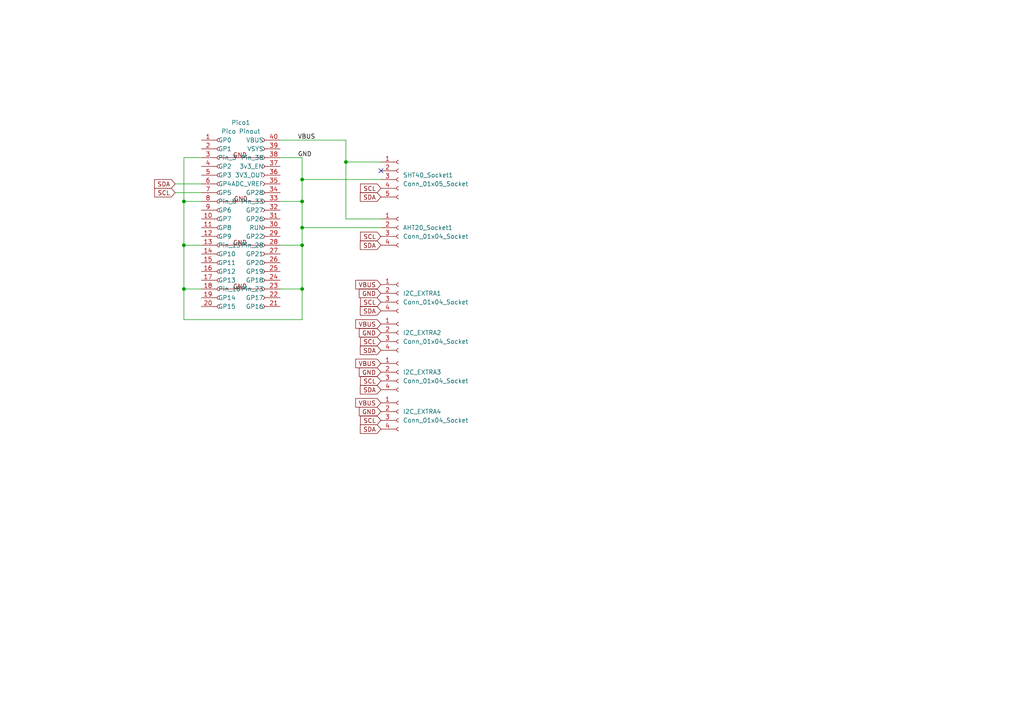
<source format=kicad_sch>
(kicad_sch (version 20231120) (generator "eeschema") (generator_version "8.0")
  (paper "A4")
  (lib_symbols
    (symbol "Connector:Conn_01x04_Socket" (pin_names (offset 1.016) hide)
      (property "Reference" "J" (at 0 5.08 0))
      (property "Value" "Conn_01x04_Socket" (at 0 -7.62 0))
      (symbol "Conn_01x04_Socket_1_1"
        (arc (start 0 -4.572) (mid -0.5058 -5.08) (end 0 -5.588) (stroke (width 0.1524)))
        (arc (start 0 -2.032) (mid -0.5058 -2.54) (end 0 -3.048) (stroke (width 0.1524)))
        (polyline (pts (xy -1.27 -5.08) (xy -0.508 -5.08)) (stroke (width 0.1524)))
        (polyline (pts (xy -1.27 -2.54) (xy -0.508 -2.54)) (stroke (width 0.1524)))
        (polyline (pts (xy -1.27 0) (xy -0.508 0)) (stroke (width 0.1524)))
        (polyline (pts (xy -1.27 2.54) (xy -0.508 2.54)) (stroke (width 0.1524)))
        (arc (start 0 0.508) (mid -0.5058 0) (end 0 -0.508) (stroke (width 0.1524)))
        (arc (start 0 3.048) (mid -0.5058 2.54) (end 0 2.032) (stroke (width 0.1524)))
        (pin passive line (at -5.08 2.54 0) (length 3.81) (name "Pin_1") (number "1"))
        (pin passive line (at -5.08 0 0) (length 3.81) (name "Pin_2") (number "2"))
        (pin passive line (at -5.08 -2.54 0) (length 3.81) (name "Pin_3") (number "3"))
        (pin passive line (at -5.08 -5.08 0) (length 3.81) (name "Pin_4") (number "4"))
      )
    )
    (symbol "Connector:Conn_01x05_Socket" (pin_names (offset 1.016) hide)
      (property "Reference" "J" (at 0 7.62 0))
      (property "Value" "Conn_01x05_Socket" (at 0 -7.62 0))
      (symbol "Conn_01x05_Socket_1_1"
        (arc (start 0 -4.572) (mid -0.5058 -5.08) (end 0 -5.588) (stroke (width 0.1524)))
        (arc (start 0 -2.032) (mid -0.5058 -2.54) (end 0 -3.048) (stroke (width 0.1524)))
        (polyline (pts (xy -1.27 -5.08) (xy -0.508 -5.08)) (stroke (width 0.1524)))
        (polyline (pts (xy -1.27 -2.54) (xy -0.508 -2.54)) (stroke (width 0.1524)))
        (polyline (pts (xy -1.27 0) (xy -0.508 0)) (stroke (width 0.1524)))
        (polyline (pts (xy -1.27 2.54) (xy -0.508 2.54)) (stroke (width 0.1524)))
        (polyline (pts (xy -1.27 5.08) (xy -0.508 5.08)) (stroke (width 0.1524)))
        (arc (start 0 0.508) (mid -0.5058 0) (end 0 -0.508) (stroke (width 0.1524)))
        (arc (start 0 3.048) (mid -0.5058 2.54) (end 0 2.032) (stroke (width 0.1524)))
        (arc (start 0 5.588) (mid -0.5058 5.08) (end 0 4.572) (stroke (width 0.1524)))
        (pin passive line (at -5.08 5.08 0) (length 3.81) (name "Pin_1") (number "1"))
        (pin passive line (at -5.08 2.54 0) (length 3.81) (name "Pin_2") (number "2"))
        (pin passive line (at -5.08 0 0) (length 3.81) (name "Pin_3") (number "3"))
        (pin passive line (at -5.08 -2.54 0) (length 3.81) (name "Pin_4") (number "4"))
        (pin passive line (at -5.08 -5.08 0) (length 3.81) (name "Pin_5") (number "5"))
      )
    )
    (symbol "pico_sym:Pico_Pinout" (pin_names (offset 1.016))
      (property "Reference" "J" (at -10.16 25.4 0))
      (property "Value" "Pico Pinout" (at -0.254 27.686 0))
      (symbol "Pico_Pinout_1_1"
        (arc (start -6.35 -24.892) (mid -6.8558 -25.4) (end -6.35 -25.908) (stroke (width 0.1524)))
        (arc (start -6.35 -22.352) (mid -6.8558 -22.86) (end -6.35 -23.368) (stroke (width 0.1524)))
        (arc (start -6.35 -19.812) (mid -6.8558 -20.32) (end -6.35 -20.828) (stroke (width 0.1524)))
        (arc (start -6.35 -17.272) (mid -6.8558 -17.78) (end -6.35 -18.288) (stroke (width 0.1524)))
        (arc (start -6.35 -14.732) (mid -6.8558 -15.24) (end -6.35 -15.748) (stroke (width 0.1524)))
        (arc (start -6.35 -12.192) (mid -6.8558 -12.7) (end -6.35 -13.208) (stroke (width 0.1524)))
        (arc (start -6.35 -9.652) (mid -6.8558 -10.16) (end -6.35 -10.668) (stroke (width 0.1524)))
        (arc (start -6.35 -7.112) (mid -6.8558 -7.62) (end -6.35 -8.128) (stroke (width 0.1524)))
        (arc (start -6.35 -4.572) (mid -6.8558 -5.08) (end -6.35 -5.588) (stroke (width 0.1524)))
        (arc (start -6.35 -2.032) (mid -6.8558 -2.54) (end -6.35 -3.048) (stroke (width 0.1524)))
        (arc (start -6.35 0.508) (mid -6.8558 0) (end -6.35 -0.508) (stroke (width 0.1524)))
        (arc (start -6.35 3.048) (mid -6.8558 2.54) (end -6.35 2.032) (stroke (width 0.1524)))
        (arc (start -6.35 5.588) (mid -6.8558 5.08) (end -6.35 4.572) (stroke (width 0.1524)))
        (arc (start -6.35 8.128) (mid -6.8558 7.62) (end -6.35 7.112) (stroke (width 0.1524)))
        (arc (start -6.35 10.668) (mid -6.8558 10.16) (end -6.35 9.652) (stroke (width 0.1524)))
        (arc (start -6.35 13.208) (mid -6.8558 12.7) (end -6.35 12.192) (stroke (width 0.1524)))
        (arc (start -6.35 15.748) (mid -6.8558 15.24) (end -6.35 14.732) (stroke (width 0.1524)))
        (arc (start -6.35 18.288) (mid -6.8558 17.78) (end -6.35 17.272) (stroke (width 0.1524)))
        (arc (start -6.35 20.828) (mid -6.8558 20.32) (end -6.35 19.812) (stroke (width 0.1524)))
        (arc (start -6.35 23.368) (mid -6.8558 22.86) (end -6.35 22.352) (stroke (width 0.1524)))
        (polyline (pts (xy -7.62 -25.4) (xy -6.858 -25.4)) (stroke (width 0.1524)))
        (polyline (pts (xy -7.62 -22.86) (xy -6.858 -22.86)) (stroke (width 0.1524)))
        (polyline (pts (xy -7.62 -20.32) (xy -6.858 -20.32)) (stroke (width 0.1524)))
        (polyline (pts (xy -7.62 -17.78) (xy -6.858 -17.78)) (stroke (width 0.1524)))
        (polyline (pts (xy -7.62 -15.24) (xy -6.858 -15.24)) (stroke (width 0.1524)))
        (polyline (pts (xy -7.62 -12.7) (xy -6.858 -12.7)) (stroke (width 0.1524)))
        (polyline (pts (xy -7.62 -10.16) (xy -6.858 -10.16)) (stroke (width 0.1524)))
        (polyline (pts (xy -7.62 -7.62) (xy -6.858 -7.62)) (stroke (width 0.1524)))
        (polyline (pts (xy -7.62 -5.08) (xy -6.858 -5.08)) (stroke (width 0.1524)))
        (polyline (pts (xy -7.62 -2.54) (xy -6.858 -2.54)) (stroke (width 0.1524)))
        (polyline (pts (xy -7.62 0) (xy -6.858 0)) (stroke (width 0.1524)))
        (polyline (pts (xy -7.62 2.54) (xy -6.858 2.54)) (stroke (width 0.1524)))
        (polyline (pts (xy -7.62 5.08) (xy -6.858 5.08)) (stroke (width 0.1524)))
        (polyline (pts (xy -7.62 7.62) (xy -6.858 7.62)) (stroke (width 0.1524)))
        (polyline (pts (xy -7.62 10.16) (xy -6.858 10.16)) (stroke (width 0.1524)))
        (polyline (pts (xy -7.62 12.7) (xy -6.858 12.7)) (stroke (width 0.1524)))
        (polyline (pts (xy -7.62 15.24) (xy -6.858 15.24)) (stroke (width 0.1524)))
        (polyline (pts (xy -7.62 17.78) (xy -6.858 17.78)) (stroke (width 0.1524)))
        (polyline (pts (xy -7.62 20.32) (xy -6.858 20.32)) (stroke (width 0.1524)))
        (polyline (pts (xy -7.62 22.86) (xy -6.858 22.86)) (stroke (width 0.1524)))
        (polyline (pts (xy -6.35 -20.32) (xy 6.35 -20.32)))
        (polyline (pts (xy -6.35 -7.62) (xy -6.35 -7.62)))
        (polyline (pts (xy -6.35 17.78) (xy 6.35 17.78)))
        (polyline (pts (xy 6.35 -7.62) (xy -6.35 -7.62)))
        (polyline (pts (xy 6.35 5.08) (xy -6.35 5.08)))
        (polyline (pts (xy 7.62 -25.4) (xy 6.858 -25.4)) (stroke (width 0.1524)))
        (polyline (pts (xy 7.62 -22.86) (xy 6.858 -22.86)) (stroke (width 0.1524)))
        (polyline (pts (xy 7.62 -20.32) (xy 6.858 -20.32)) (stroke (width 0.1524)))
        (polyline (pts (xy 7.62 -17.78) (xy 6.858 -17.78)) (stroke (width 0.1524)))
        (polyline (pts (xy 7.62 -15.24) (xy 6.858 -15.24)) (stroke (width 0.1524)))
        (polyline (pts (xy 7.62 -12.7) (xy 6.858 -12.7)) (stroke (width 0.1524)))
        (polyline (pts (xy 7.62 -10.16) (xy 6.858 -10.16)) (stroke (width 0.1524)))
        (polyline (pts (xy 7.62 -7.62) (xy 6.858 -7.62)) (stroke (width 0.1524)))
        (polyline (pts (xy 7.62 -5.08) (xy 6.858 -5.08)) (stroke (width 0.1524)))
        (polyline (pts (xy 7.62 -2.54) (xy 6.858 -2.54)) (stroke (width 0.1524)))
        (polyline (pts (xy 7.62 0) (xy 6.858 0)) (stroke (width 0.1524)))
        (polyline (pts (xy 7.62 2.54) (xy 6.858 2.54)) (stroke (width 0.1524)))
        (polyline (pts (xy 7.62 5.08) (xy 6.858 5.08)) (stroke (width 0.1524)))
        (polyline (pts (xy 7.62 7.62) (xy 6.858 7.62)) (stroke (width 0.1524)))
        (polyline (pts (xy 7.62 10.16) (xy 6.858 10.16)) (stroke (width 0.1524)))
        (polyline (pts (xy 7.62 12.7) (xy 6.858 12.7)) (stroke (width 0.1524)))
        (polyline (pts (xy 7.62 15.24) (xy 6.858 15.24)) (stroke (width 0.1524)))
        (polyline (pts (xy 7.62 17.78) (xy 6.858 17.78)) (stroke (width 0.1524)))
        (polyline (pts (xy 7.62 20.32) (xy 6.858 20.32)) (stroke (width 0.1524)))
        (polyline (pts (xy 7.62 22.86) (xy 6.858 22.86)) (stroke (width 0.1524)))
        (arc (start 6.35 -25.908) (mid 6.8558 -25.4) (end 6.35 -24.892) (stroke (width 0.1524)))
        (arc (start 6.35 -23.368) (mid 6.8558 -22.86) (end 6.35 -22.352) (stroke (width 0.1524)))
        (arc (start 6.35 -20.828) (mid 6.8558 -20.32) (end 6.35 -19.812) (stroke (width 0.1524)))
        (arc (start 6.35 -18.288) (mid 6.8558 -17.78) (end 6.35 -17.272) (stroke (width 0.1524)))
        (arc (start 6.35 -15.748) (mid 6.8558 -15.24) (end 6.35 -14.732) (stroke (width 0.1524)))
        (arc (start 6.35 -13.208) (mid 6.8558 -12.7) (end 6.35 -12.192) (stroke (width 0.1524)))
        (arc (start 6.35 -10.668) (mid 6.8558 -10.16) (end 6.35 -9.652) (stroke (width 0.1524)))
        (arc (start 6.35 -8.128) (mid 6.8558 -7.62) (end 6.35 -7.112) (stroke (width 0.1524)))
        (arc (start 6.35 -5.588) (mid 6.8558 -5.08) (end 6.35 -4.572) (stroke (width 0.1524)))
        (arc (start 6.35 -3.048) (mid 6.8558 -2.54) (end 6.35 -2.032) (stroke (width 0.1524)))
        (arc (start 6.35 -0.508) (mid 6.8558 0) (end 6.35 0.508) (stroke (width 0.1524)))
        (arc (start 6.35 2.032) (mid 6.8558 2.54) (end 6.35 3.048) (stroke (width 0.1524)))
        (arc (start 6.35 4.572) (mid 6.8558 5.08) (end 6.35 5.588) (stroke (width 0.1524)))
        (arc (start 6.35 7.112) (mid 6.8558 7.62) (end 6.35 8.128) (stroke (width 0.1524)))
        (arc (start 6.35 9.652) (mid 6.8558 10.16) (end 6.35 10.668) (stroke (width 0.1524)))
        (arc (start 6.35 12.192) (mid 6.8558 12.7) (end 6.35 13.208) (stroke (width 0.1524)))
        (arc (start 6.35 14.732) (mid 6.8558 15.24) (end 6.35 15.748) (stroke (width 0.1524)))
        (arc (start 6.35 17.272) (mid 6.8558 17.78) (end 6.35 18.288) (stroke (width 0.1524)))
        (arc (start 6.35 19.812) (mid 6.8558 20.32) (end 6.35 20.828) (stroke (width 0.1524)))
        (arc (start 6.35 22.352) (mid 6.8558 22.86) (end 6.35 23.368) (stroke (width 0.1524)))
        (text "GND\n" (at -0.254 -19.558 0) (effects (font (size 1.27 1.27))))
        (text "GND\n" (at -0.254 -6.858 0) (effects (font (size 1.27 1.27))))
        (text "GND\n" (at -0.254 18.542 0) (effects (font (size 1.27 1.27))))
        (text "GND\n" (at 0 5.842 0) (effects (font (size 1.27 1.27))))
        (pin passive line (at -11.43 22.86 0) (length 3.81) (name "GP0") (number "1"))
        (pin passive line (at -11.43 0 0) (length 3.81) (name "GP7") (number "10"))
        (pin passive line (at -11.43 -2.54 0) (length 3.81) (name "GP8") (number "11"))
        (pin passive line (at -11.43 -5.08 0) (length 3.81) (name "GP9") (number "12"))
        (pin passive line (at -11.43 -7.62 0) (length 3.81) (name "Pin_13") (number "13"))
        (pin passive line (at -11.43 -10.16 0) (length 3.81) (name "GP10") (number "14"))
        (pin passive line (at -11.43 -12.7 0) (length 3.81) (name "GP11") (number "15"))
        (pin passive line (at -11.43 -15.24 0) (length 3.81) (name "GP12") (number "16"))
        (pin passive line (at -11.43 -17.78 0) (length 3.81) (name "GP13") (number "17"))
        (pin passive line (at -11.43 -20.32 0) (length 3.81) (name "Pin_18") (number "18"))
        (pin passive line (at -11.43 -22.86 0) (length 3.81) (name "GP14") (number "19"))
        (pin passive line (at -11.43 20.32 0) (length 3.81) (name "GP1") (number "2"))
        (pin passive line (at -11.43 -25.4 0) (length 3.81) (name "GP15") (number "20"))
        (pin passive line (at 11.43 -25.4 180) (length 3.81) (name "GP16") (number "21"))
        (pin passive line (at 11.43 -22.86 180) (length 3.81) (name "GP17") (number "22"))
        (pin passive line (at 11.43 -20.32 180) (length 3.81) (name "Pin_23") (number "23"))
        (pin passive line (at 11.43 -17.78 180) (length 3.81) (name "GP18") (number "24"))
        (pin passive line (at 11.43 -15.24 180) (length 3.81) (name "GP19") (number "25"))
        (pin passive line (at 11.43 -12.7 180) (length 3.81) (name "GP20") (number "26"))
        (pin passive line (at 11.43 -10.16 180) (length 3.81) (name "GP21") (number "27"))
        (pin passive line (at 11.43 -7.62 180) (length 3.81) (name "Pin_28") (number "28"))
        (pin passive line (at 11.43 -5.08 180) (length 3.81) (name "GP22") (number "29"))
        (pin passive line (at -11.43 17.78 0) (length 3.81) (name "Pin_3") (number "3"))
        (pin passive line (at 11.43 -2.54 180) (length 3.81) (name "RUN") (number "30"))
        (pin passive line (at 11.43 0 180) (length 3.81) (name "GP26") (number "31"))
        (pin passive line (at 11.43 2.54 180) (length 3.81) (name "GP27") (number "32"))
        (pin passive line (at 11.43 5.08 180) (length 3.81) (name "Pin_33") (number "33"))
        (pin passive line (at 11.43 7.62 180) (length 3.81) (name "GP28") (number "34"))
        (pin passive line (at 11.43 10.16 180) (length 3.81) (name "ADC_VREF") (number "35"))
        (pin passive line (at 11.43 12.7 180) (length 3.81) (name "3V3_OUT") (number "36"))
        (pin passive line (at 11.43 15.24 180) (length 3.81) (name "3v3_EN") (number "37"))
        (pin passive line (at 11.43 17.78 180) (length 3.81) (name "Pin_38") (number "38"))
        (pin passive line (at 11.43 20.32 180) (length 3.81) (name "VSYS") (number "39"))
        (pin passive line (at -11.43 15.24 0) (length 3.81) (name "GP2") (number "4"))
        (pin passive line (at 11.43 22.86 180) (length 3.81) (name "VBUS") (number "40"))
        (pin passive line (at -11.43 12.7 0) (length 3.81) (name "GP3") (number "5"))
        (pin passive line (at -11.43 10.16 0) (length 3.81) (name "GP4") (number "6"))
        (pin passive line (at -11.43 7.62 0) (length 3.81) (name "GP5") (number "7"))
        (pin passive line (at -11.43 5.08 0) (length 3.81) (name "Pin_8") (number "8"))
        (pin passive line (at -11.43 2.54 0) (length 3.81) (name "GP6") (number "9"))
      )
    )
  )
  (junction (at 87.63 83.82))
  (junction (at 87.63 58.42))
  (junction (at 53.34 58.42))
  (junction (at 87.63 66.04))
  (junction (at 53.34 83.82))
  (junction (at 53.34 71.12))
  (junction (at 87.63 71.12))
  (junction (at 87.63 52.07))
  (junction (at 100.33 46.99))
  (no_connect (at 110.49 49.53))
  (wire (pts (xy 87.63 83.82) (xy 87.63 71.12)))
  (wire (pts (xy 87.63 52.07) (xy 110.49 52.07)))
  (wire (pts (xy 53.34 71.12) (xy 53.34 83.82)))
  (wire (pts (xy 58.42 58.42) (xy 53.34 58.42)))
  (wire (pts (xy 87.63 45.72) (xy 87.63 52.07)))
  (wire (pts (xy 87.63 71.12) (xy 87.63 66.04)))
  (wire (pts (xy 100.33 46.99) (xy 100.33 63.5)))
  (wire (pts (xy 100.33 40.64) (xy 81.28 40.64)))
  (wire (pts (xy 53.34 58.42) (xy 53.34 71.12)))
  (wire (pts (xy 81.28 58.42) (xy 87.63 58.42)))
  (wire (pts (xy 87.63 66.04) (xy 87.63 58.42)))
  (wire (pts (xy 53.34 83.82) (xy 53.34 92.71)))
  (wire (pts (xy 50.8 53.34) (xy 58.42 53.34)))
  (wire (pts (xy 81.28 45.72) (xy 87.63 45.72)))
  (wire (pts (xy 100.33 46.99) (xy 100.33 40.64)))
  (wire (pts (xy 58.42 71.12) (xy 53.34 71.12)))
  (wire (pts (xy 53.34 58.42) (xy 53.34 45.72)))
  (wire (pts (xy 50.8 55.88) (xy 58.42 55.88)))
  (wire (pts (xy 81.28 83.82) (xy 87.63 83.82)))
  (wire (pts (xy 100.33 63.5) (xy 110.49 63.5)))
  (wire (pts (xy 87.63 52.07) (xy 87.63 58.42)))
  (wire (pts (xy 53.34 92.71) (xy 87.63 92.71)))
  (wire (pts (xy 87.63 92.71) (xy 87.63 83.82)))
  (wire (pts (xy 81.28 71.12) (xy 87.63 71.12)))
  (wire (pts (xy 58.42 45.72) (xy 53.34 45.72)))
  (wire (pts (xy 58.42 83.82) (xy 53.34 83.82)))
  (wire (pts (xy 87.63 66.04) (xy 110.49 66.04)))
  (wire (pts (xy 110.49 46.99) (xy 100.33 46.99)))
  (label "GND" (at 86.36 45.72 0))
  (label "VBUS" (at 86.36 40.64 0))
  (global_label "VBUS" (shape input) (at 110.49 93.98 180) (property "Intersheetrefs" "${INTERSHEET_REFS}" (effects (hide yes))))
  (global_label "VBUS" (shape input) (at 110.49 116.84 180) (property "Intersheetrefs" "${INTERSHEET_REFS}" (effects (hide yes))))
  (global_label "SCL" (shape input) (at 110.49 68.58 180) (property "Intersheetrefs" "${INTERSHEET_REFS}" (effects (hide yes))))
  (global_label "SCL" (shape input) (at 110.49 87.63 180) (property "Intersheetrefs" "${INTERSHEET_REFS}" (effects (hide yes))))
  (global_label "SCL" (shape input) (at 110.49 54.61 180) (property "Intersheetrefs" "${INTERSHEET_REFS}" (effects (hide yes))))
  (global_label "SDA" (shape input) (at 110.49 90.17 180) (property "Intersheetrefs" "${INTERSHEET_REFS}" (effects (hide yes))))
  (global_label "SDA" (shape input) (at 50.8 53.34 180) (property "Intersheetrefs" "${INTERSHEET_REFS}" (effects (hide yes))))
  (global_label "SCL" (shape input) (at 50.8 55.88 180) (property "Intersheetrefs" "${INTERSHEET_REFS}" (effects (hide yes))))
  (global_label "SCL" (shape input) (at 110.49 99.06 180) (property "Intersheetrefs" "${INTERSHEET_REFS}" (effects (hide yes))))
  (global_label "SDA" (shape input) (at 110.49 124.46 180) (property "Intersheetrefs" "${INTERSHEET_REFS}" (effects (hide yes))))
  (global_label "SCL" (shape input) (at 110.49 121.92 180) (property "Intersheetrefs" "${INTERSHEET_REFS}" (effects (hide yes))))
  (global_label "VBUS" (shape input) (at 110.49 105.41 180) (property "Intersheetrefs" "${INTERSHEET_REFS}" (effects (hide yes))))
  (global_label "GND" (shape input) (at 110.49 107.95 180) (property "Intersheetrefs" "${INTERSHEET_REFS}" (effects (hide yes))))
  (global_label "SDA" (shape input) (at 110.49 57.15 180) (property "Intersheetrefs" "${INTERSHEET_REFS}" (effects (hide yes))))
  (global_label "VBUS" (shape input) (at 110.49 82.55 180) (property "Intersheetrefs" "${INTERSHEET_REFS}" (effects (hide yes))))
  (global_label "SDA" (shape input) (at 110.49 71.12 180) (property "Intersheetrefs" "${INTERSHEET_REFS}" (effects (hide yes))))
  (global_label "GND" (shape input) (at 110.49 119.38 180) (property "Intersheetrefs" "${INTERSHEET_REFS}" (effects (hide yes))))
  (global_label "SDA" (shape input) (at 110.49 101.6 180) (property "Intersheetrefs" "${INTERSHEET_REFS}" (effects (hide yes))))
  (global_label "SDA" (shape input) (at 110.49 113.03 180) (property "Intersheetrefs" "${INTERSHEET_REFS}" (effects (hide yes))))
  (global_label "GND" (shape input) (at 110.49 85.09 180) (property "Intersheetrefs" "${INTERSHEET_REFS}" (effects (hide yes))))
  (global_label "SCL" (shape input) (at 110.49 110.49 180) (property "Intersheetrefs" "${INTERSHEET_REFS}" (effects (hide yes))))
  (global_label "GND" (shape input) (at 110.49 96.52 180) (property "Intersheetrefs" "${INTERSHEET_REFS}" (effects (hide yes))))
  (symbol (lib_id "Connector:Conn_01x05_Socket") (at 115.57 52.07 0) (unit 1)
    (property "Reference" "SHT40_Socket1" (at 116.84 50.7999 0) (effects (justify left)))
    (property "Value" "Conn_01x05_Socket" (at 116.84 53.3399 0) (effects (justify left)))
    (property "Footprint" "Connector_PinSocket_2.54mm:PinSocket_1x05_P2.54mm_Vertical" (effects (hide yes)))
    (property "Description" "Generic connector, single row, 01x05, script generated" (effects (hide yes)))
  )
  (symbol (lib_id "Connector:Conn_01x04_Socket") (at 115.57 107.95 0) (unit 1)
    (property "Reference" "I2C_EXTRA3" (at 116.84 107.9499 0) (effects (justify left)))
    (property "Value" "Conn_01x04_Socket" (at 116.84 110.4899 0) (effects (justify left)))
    (property "Footprint" "Connector_PinSocket_2.54mm:PinSocket_1x04_P2.54mm_Vertical" (effects (hide yes)))
    (property "Description" "Generic connector, single row, 01x04, script generated" (effects (hide yes)))
  )
  (symbol (lib_id "pico_sym:Pico_Pinout") (at 69.85 63.5 0) (unit 1) (exclude_from_sim yes)
    (property "Reference" "Pico1" (at 69.85 35.56 0))
    (property "Value" "Pico Pinout" (at 69.85 38.1 0))
    (property "Footprint" "pico_foot:PicoSocket" (effects (hide yes)))
    (property "Description" "Generic connector, single row, 01x20, script generated" (effects (hide yes)))
  )
  (symbol (lib_id "Connector:Conn_01x04_Socket") (at 115.57 66.04 0) (unit 1)
    (property "Reference" "AHT20_Socket1" (at 116.84 66.0399 0) (effects (justify left)))
    (property "Value" "Conn_01x04_Socket" (at 116.84 68.5799 0) (effects (justify left)))
    (property "Footprint" "Connector_PinSocket_2.54mm:PinSocket_1x04_P2.54mm_Vertical" (effects (hide yes)))
    (property "Description" "Generic connector, single row, 01x04, script generated" (effects (hide yes)))
  )
  (symbol (lib_id "Connector:Conn_01x04_Socket") (at 115.57 119.38 0) (unit 1)
    (property "Reference" "I2C_EXTRA4" (at 116.84 119.3799 0) (effects (justify left)))
    (property "Value" "Conn_01x04_Socket" (at 116.84 121.9199 0) (effects (justify left)))
    (property "Footprint" "Connector_PinSocket_2.54mm:PinSocket_1x04_P2.54mm_Vertical" (effects (hide yes)))
    (property "Description" "Generic connector, single row, 01x04, script generated" (effects (hide yes)))
  )
  (symbol (lib_id "Connector:Conn_01x04_Socket") (at 115.57 85.09 0) (unit 1)
    (property "Reference" "I2C_EXTRA1" (at 116.84 85.0899 0) (effects (justify left)))
    (property "Value" "Conn_01x04_Socket" (at 116.84 87.6299 0) (effects (justify left)))
    (property "Footprint" "Connector_PinSocket_2.54mm:PinSocket_1x04_P2.54mm_Vertical" (effects (hide yes)))
    (property "Description" "Generic connector, single row, 01x04, script generated" (effects (hide yes)))
  )
  (symbol (lib_id "Connector:Conn_01x04_Socket") (at 115.57 96.52 0) (unit 1)
    (property "Reference" "I2C_EXTRA2" (at 116.84 96.5199 0) (effects (justify left)))
    (property "Value" "Conn_01x04_Socket" (at 116.84 99.0599 0) (effects (justify left)))
    (property "Footprint" "Connector_PinSocket_2.54mm:PinSocket_1x04_P2.54mm_Vertical" (effects (hide yes)))
    (property "Description" "Generic connector, single row, 01x04, script generated" (effects (hide yes)))
  )
)
</source>
